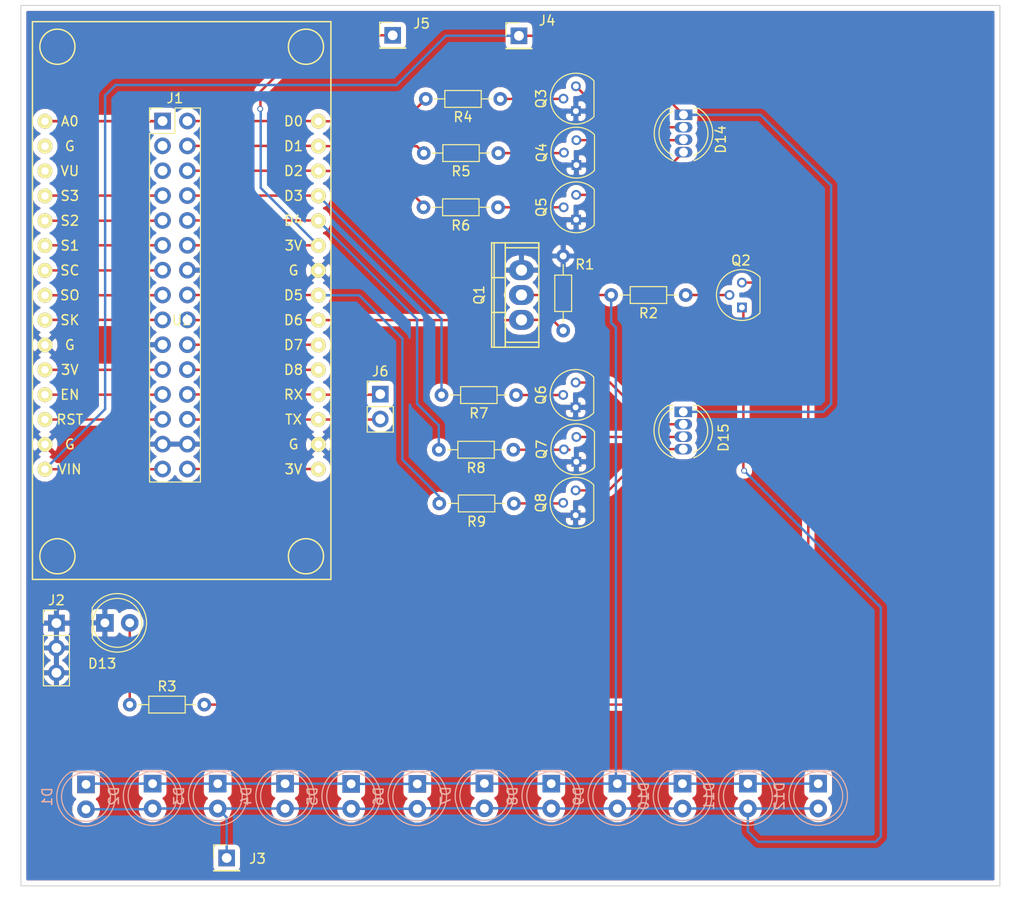
<source format=kicad_pcb>
(kicad_pcb (version 4) (host pcbnew 4.0.7)
  (layers (0 F.Cu signal) (31 B.Cu signal) (34 B.Paste user) (35 F.Paste user) (36 B.SilkS user) (37 F.SilkS user) (38 B.Mask user) (39 F.Mask user) (44 Edge.Cuts user))
  (net 0 "")
  (net 1 MOSFET_DRAIN)
  (net 2 +12V)
  (net 3 GND)
  (net 4 "Net-(D13-Pad2)")
  (net 5 +5V)
  (net 6 RX)
  (net 7 TX)
  (net 8 +3V3)
  (net 9 A0)
  (net 10 D0)
  (net 11 D1)
  (net 12 D2)
  (net 13 SD3)
  (net 14 D3)
  (net 15 SD2)
  (net 16 D4)
  (net 17 SD1)
  (net 18 CMD)
  (net 19 MISO)
  (net 20 D5)
  (net 21 CLK)
  (net 22 D6)
  (net 23 D7)
  (net 24 D8)
  (net 25 EN)
  (net 26 RST)
  (net 27 "Net-(D14-Pad2)")
  (net 28 "Net-(D14-Pad3)")
  (net 29 "Net-(D14-Pad4)")
  (net 30 "Net-(D15-Pad2)")
  (net 31 "Net-(D15-Pad3)")
  (net 32 "Net-(D15-Pad4)")
  (net 33 "Net-(Q2-Pad2)")
  (net 34 "Net-(Q2-Pad3)")
  (net 35 "Net-(Q3-Pad2)")
  (net 36 "Net-(Q4-Pad2)")
  (net 37 "Net-(Q5-Pad2)")
  (net 38 "Net-(Q6-Pad2)")
  (net 39 "Net-(Q7-Pad2)")
  (net 40 "Net-(Q8-Pad2)")
  (module LEDs:LED_D5.0mm (layer B.Cu) (at 21.2852 93.3196 270)
    (fp_text reference D1 (at 1.27 3.96 270) (layer B.SilkS) (effects (justify mirror)))
    (fp_text value LED)
    (pad 1 thru_hole rect (at 0 0 270) (size 1.8 1.8) (drill 0.9) (layers *.Cu *.Mask) (net 1 MOSFET_DRAIN))
    (pad 2 thru_hole circle (at 2.54 0 270) (size 1.8 1.8) (drill 0.9) (layers *.Cu *.Mask) (net 2 +12V))
  )
  (module LEDs:LED_D5.0mm (layer B.Cu) (at 28.0924 93.2434 270)
    (fp_text reference D2 (at 1.27 3.96 270) (layer B.SilkS) (effects (justify mirror)))
    (fp_text value LED)
    (pad 1 thru_hole rect (at 0 0 270) (size 1.8 1.8) (drill 0.9) (layers *.Cu *.Mask) (net 1 MOSFET_DRAIN))
    (pad 2 thru_hole circle (at 2.54 0 270) (size 1.8 1.8) (drill 0.9) (layers *.Cu *.Mask) (net 2 +12V))
  )
  (module LEDs:LED_D5.0mm (layer B.Cu) (at 34.7472 93.2434 270)
    (fp_text reference D3 (at 1.27 3.96 270) (layer B.SilkS) (effects (justify mirror)))
    (fp_text value LED)
    (pad 1 thru_hole rect (at 0 0 270) (size 1.8 1.8) (drill 0.9) (layers *.Cu *.Mask) (net 1 MOSFET_DRAIN))
    (pad 2 thru_hole circle (at 2.54 0 270) (size 1.8 1.8) (drill 0.9) (layers *.Cu *.Mask) (net 2 +12V))
  )
  (module LEDs:LED_D5.0mm (layer B.Cu) (at 41.6306 93.2434 270)
    (fp_text reference D4 (at 1.27 3.96 270) (layer B.SilkS) (effects (justify mirror)))
    (fp_text value LED)
    (pad 1 thru_hole rect (at 0 0 270) (size 1.8 1.8) (drill 0.9) (layers *.Cu *.Mask) (net 1 MOSFET_DRAIN))
    (pad 2 thru_hole circle (at 2.54 0 270) (size 1.8 1.8) (drill 0.9) (layers *.Cu *.Mask) (net 2 +12V))
  )
  (module LEDs:LED_D5.0mm (layer B.Cu) (at 48.387 93.2688 270)
    (fp_text reference D5 (at 1.27 3.96 270) (layer B.SilkS) (effects (justify mirror)))
    (fp_text value LED)
    (pad 1 thru_hole rect (at 0 0 270) (size 1.8 1.8) (drill 0.9) (layers *.Cu *.Mask) (net 1 MOSFET_DRAIN))
    (pad 2 thru_hole circle (at 2.54 0 270) (size 1.8 1.8) (drill 0.9) (layers *.Cu *.Mask) (net 2 +12V))
  )
  (module LEDs:LED_D5.0mm (layer B.Cu) (at 55.1434 93.2688 270)
    (fp_text reference D6 (at 1.27 3.96 270) (layer B.SilkS) (effects (justify mirror)))
    (fp_text value LED)
    (pad 1 thru_hole rect (at 0 0 270) (size 1.8 1.8) (drill 0.9) (layers *.Cu *.Mask) (net 1 MOSFET_DRAIN))
    (pad 2 thru_hole circle (at 2.54 0 270) (size 1.8 1.8) (drill 0.9) (layers *.Cu *.Mask) (net 2 +12V))
  )
  (module LEDs:LED_D5.0mm (layer B.Cu) (at 62.0014 93.2188 270)
    (fp_text reference D7 (at 1.27 3.96 270) (layer B.SilkS) (effects (justify mirror)))
    (fp_text value LED)
    (pad 1 thru_hole rect (at 0 0 270) (size 1.8 1.8) (drill 0.9) (layers *.Cu *.Mask) (net 1 MOSFET_DRAIN))
    (pad 2 thru_hole circle (at 2.54 0 270) (size 1.8 1.8) (drill 0.9) (layers *.Cu *.Mask) (net 2 +12V))
  )
  (module LEDs:LED_D5.0mm (layer B.Cu) (at 68.834 93.2434 270)
    (fp_text reference D8 (at 1.27 3.96 270) (layer B.SilkS) (effects (justify mirror)))
    (fp_text value LED)
    (pad 1 thru_hole rect (at 0 0 270) (size 1.8 1.8) (drill 0.9) (layers *.Cu *.Mask) (net 1 MOSFET_DRAIN))
    (pad 2 thru_hole circle (at 2.54 0 270) (size 1.8 1.8) (drill 0.9) (layers *.Cu *.Mask) (net 2 +12V))
  )
  (module LEDs:LED_D5.0mm (layer B.Cu) (at 75.5904 93.2434 270)
    (fp_text reference D9 (at 1.27 3.96 270) (layer B.SilkS) (effects (justify mirror)))
    (fp_text value LED)
    (pad 1 thru_hole rect (at 0 0 270) (size 1.8 1.8) (drill 0.9) (layers *.Cu *.Mask) (net 1 MOSFET_DRAIN))
    (pad 2 thru_hole circle (at 2.54 0 270) (size 1.8 1.8) (drill 0.9) (layers *.Cu *.Mask) (net 2 +12V))
  )
  (module LEDs:LED_D5.0mm (layer B.Cu) (at 82.2452 93.2434 270)
    (fp_text reference D10 (at 1.27 3.96 270) (layer B.SilkS) (effects (justify mirror)))
    (fp_text value LED)
    (pad 1 thru_hole rect (at 0 0 270) (size 1.8 1.8) (drill 0.9) (layers *.Cu *.Mask) (net 1 MOSFET_DRAIN))
    (pad 2 thru_hole circle (at 2.54 0 270) (size 1.8 1.8) (drill 0.9) (layers *.Cu *.Mask) (net 2 +12V))
  )
  (module LEDs:LED_D5.0mm (layer B.Cu) (at 88.9254 93.2434 270)
    (fp_text reference D11 (at 1.27 3.96 270) (layer B.SilkS) (effects (justify mirror)))
    (fp_text value LED)
    (pad 1 thru_hole rect (at 0 0 270) (size 1.8 1.8) (drill 0.9) (layers *.Cu *.Mask) (net 1 MOSFET_DRAIN))
    (pad 2 thru_hole circle (at 2.54 0 270) (size 1.8 1.8) (drill 0.9) (layers *.Cu *.Mask) (net 2 +12V))
  )
  (module LEDs:LED_D5.0mm (layer B.Cu) (at 96.1136 93.2434 270)
    (fp_text reference D12 (at 1.27 3.96 270) (layer B.SilkS) (effects (justify mirror)))
    (fp_text value LED)
    (pad 1 thru_hole rect (at 0 0 270) (size 1.8 1.8) (drill 0.9) (layers *.Cu *.Mask) (net 1 MOSFET_DRAIN))
    (pad 2 thru_hole circle (at 2.54 0 270) (size 1.8 1.8) (drill 0.9) (layers *.Cu *.Mask) (net 2 +12V))
  )
  (module LEDs:LED_D5.0mm (layer F.Cu) (at 23.2156 76.8096)
    (fp_text reference D13 (at -0.2794 4.1656) (layer F.SilkS))
    (fp_text value DisplayBacklight)
    (pad 1 thru_hole rect (at 0 0) (size 1.8 1.8) (drill 0.9) (layers *.Cu *.Mask) (net 3 GND))
    (pad 2 thru_hole circle (at 2.54 0) (size 1.8 1.8) (drill 0.9) (layers *.Cu *.Mask) (net 4 "Net-(D13-Pad2)"))
  )
  (module LEDs:LED_D5.0mm-4 (layer F.Cu) (at 82.3468 24.892 270)
    (fp_text reference D14 (at 2.5146 -3.81 270) (layer F.SilkS))
    (fp_text value "")
    (pad 1 thru_hole rect (at 0 0 270) (size 1.07 1.8) (drill 0.9) (layers *.Cu *.Mask) (net 5 +5V))
    (pad 2 thru_hole oval (at 1.27 0 270) (size 1.07 1.8) (drill 0.9) (layers *.Cu *.Mask) (net 27 "Net-(D14-Pad2)"))
    (pad 3 thru_hole oval (at 2.54 0 270) (size 1.07 1.8) (drill 0.9) (layers *.Cu *.Mask) (net 28 "Net-(D14-Pad3)"))
    (pad 4 thru_hole oval (at 3.81 0 270) (size 1.07 1.8) (drill 0.9) (layers *.Cu *.Mask) (net 29 "Net-(D14-Pad4)"))
  )
  (module LEDs:LED_D5.0mm-4 (layer F.Cu) (at 82.3214 55.245 270)
    (fp_text reference D15 (at 2.6416 -4.1148 270) (layer F.SilkS))
    (fp_text value "")
    (pad 1 thru_hole rect (at 0 0 270) (size 1.07 1.8) (drill 0.9) (layers *.Cu *.Mask) (net 5 +5V))
    (pad 2 thru_hole oval (at 1.27 0 270) (size 1.07 1.8) (drill 0.9) (layers *.Cu *.Mask) (net 30 "Net-(D15-Pad2)"))
    (pad 3 thru_hole oval (at 2.54 0 270) (size 1.07 1.8) (drill 0.9) (layers *.Cu *.Mask) (net 31 "Net-(D15-Pad3)"))
    (pad 4 thru_hole oval (at 3.81 0 270) (size 1.07 1.8) (drill 0.9) (layers *.Cu *.Mask) (net 32 "Net-(D15-Pad4)"))
  )
  (module Power_Integrations:TO-220 (layer F.Cu) (at 65.786 43.307 90)
    (fp_text reference Q1 (at 0 -4.318 90) (layer F.SilkS))
    (fp_text value "")
    (pad 2 thru_hole oval (at 0 0 90) (size 2.032 2.54) (drill 1.143) (layers *.Cu *.Mask) (net 1 MOSFET_DRAIN))
    (pad 3 thru_hole oval (at 2.54 0 90) (size 2.032 2.54) (drill 1.143) (layers *.Cu *.Mask) (net 3 GND))
    (pad 1 thru_hole oval (at -2.54 0 90) (size 2.032 2.54) (drill 1.143) (layers *.Cu *.Mask) (net 22 D6))
  )
  (module Resistors_THT:R_Axial_DIN0204_L3.6mm_D1.6mm_P7.62mm_Horizontal (layer F.Cu) (at 70.0532 46.9392 90)
    (fp_text reference R1 (at 6.7564 2.2098 180) (layer F.SilkS))
    (fp_text value 10k)
    (pad 1 thru_hole circle (at 0 0 90) (size 1.4 1.4) (drill 0.7) (layers *.Cu *.Mask) (net 22 D6))
    (pad 2 thru_hole oval (at 7.62 0 90) (size 1.4 1.4) (drill 0.7) (layers *.Cu *.Mask) (net 3 GND))
  )
  (module Resistors_THT:R_Axial_DIN0204_L3.6mm_D1.6mm_P7.62mm_Horizontal (layer F.Cu) (at 82.5754 43.307 180)
    (fp_text reference R2 (at 3.81 -1.86 180) (layer F.SilkS))
    (fp_text value 10k)
    (pad 1 thru_hole circle (at 0 0 180) (size 1.4 1.4) (drill 0.7) (layers *.Cu *.Mask) (net 33 "Net-(Q2-Pad2)"))
    (pad 2 thru_hole oval (at 7.62 0 180) (size 1.4 1.4) (drill 0.7) (layers *.Cu *.Mask) (net 1 MOSFET_DRAIN))
  )
  (module Resistors_THT:R_Axial_DIN0204_L3.6mm_D1.6mm_P7.62mm_Horizontal (layer F.Cu) (at 25.7556 85.1662)
    (fp_text reference R3 (at 3.81 -1.86) (layer F.SilkS))
    (fp_text value 330)
    (pad 1 thru_hole circle (at 0 0) (size 1.4 1.4) (drill 0.7) (layers *.Cu *.Mask) (net 4 "Net-(D13-Pad2)"))
    (pad 2 thru_hole oval (at 7.62 0) (size 1.4 1.4) (drill 0.7) (layers *.Cu *.Mask) (net 34 "Net-(Q2-Pad3)"))
  )
  (module Resistors_THT:R_Axial_DIN0204_L3.6mm_D1.6mm_P7.62mm_Horizontal (layer F.Cu) (at 63.627 23.2664 180)
    (fp_text reference R4 (at 3.81 -1.86 180) (layer F.SilkS))
    (fp_text value 1k)
    (pad 1 thru_hole circle (at 0 0 180) (size 1.4 1.4) (drill 0.7) (layers *.Cu *.Mask) (net 35 "Net-(Q3-Pad2)"))
    (pad 2 thru_hole oval (at 7.62 0 180) (size 1.4 1.4) (drill 0.7) (layers *.Cu *.Mask) (net 10 D0))
  )
  (module Resistors_THT:R_Axial_DIN0204_L3.6mm_D1.6mm_P7.62mm_Horizontal (layer F.Cu) (at 63.4238 28.8036 180)
    (fp_text reference R5 (at 3.81 -1.86 180) (layer F.SilkS))
    (fp_text value 1k)
    (pad 1 thru_hole circle (at 0 0 180) (size 1.4 1.4) (drill 0.7) (layers *.Cu *.Mask) (net 36 "Net-(Q4-Pad2)"))
    (pad 2 thru_hole oval (at 7.62 0 180) (size 1.4 1.4) (drill 0.7) (layers *.Cu *.Mask) (net 11 D1))
  )
  (module Resistors_THT:R_Axial_DIN0204_L3.6mm_D1.6mm_P7.62mm_Horizontal (layer F.Cu) (at 63.3984 34.3408 180)
    (fp_text reference R6 (at 3.81 -1.86 180) (layer F.SilkS))
    (fp_text value 1k)
    (pad 1 thru_hole circle (at 0 0 180) (size 1.4 1.4) (drill 0.7) (layers *.Cu *.Mask) (net 37 "Net-(Q5-Pad2)"))
    (pad 2 thru_hole oval (at 7.62 0 180) (size 1.4 1.4) (drill 0.7) (layers *.Cu *.Mask) (net 12 D2))
  )
  (module Resistors_THT:R_Axial_DIN0204_L3.6mm_D1.6mm_P7.62mm_Horizontal (layer F.Cu) (at 65.2399 53.5305 180)
    (fp_text reference R7 (at 3.81 -1.86 180) (layer F.SilkS))
    (fp_text value 1k)
    (pad 1 thru_hole circle (at 0 0 180) (size 1.4 1.4) (drill 0.7) (layers *.Cu *.Mask) (net 38 "Net-(Q6-Pad2)"))
    (pad 2 thru_hole oval (at 7.62 0 180) (size 1.4 1.4) (drill 0.7) (layers *.Cu *.Mask) (net 14 D3))
  )
  (module Resistors_THT:R_Axial_DIN0204_L3.6mm_D1.6mm_P7.62mm_Horizontal (layer F.Cu) (at 64.9605 59.1185 180)
    (fp_text reference R8 (at 3.81 -1.86 180) (layer F.SilkS))
    (fp_text value 1k)
    (pad 1 thru_hole circle (at 0 0 180) (size 1.4 1.4) (drill 0.7) (layers *.Cu *.Mask) (net 39 "Net-(Q7-Pad2)"))
    (pad 2 thru_hole oval (at 7.62 0 180) (size 1.4 1.4) (drill 0.7) (layers *.Cu *.Mask) (net 16 D4))
  )
  (module Resistors_THT:R_Axial_DIN0204_L3.6mm_D1.6mm_P7.62mm_Horizontal (layer F.Cu) (at 65.0113 64.6049 180)
    (fp_text reference R9 (at 3.81 -1.86 180) (layer F.SilkS))
    (fp_text value 1k)
    (pad 1 thru_hole circle (at 0 0 180) (size 1.4 1.4) (drill 0.7) (layers *.Cu *.Mask) (net 40 "Net-(Q8-Pad2)"))
    (pad 2 thru_hole oval (at 7.62 0 180) (size 1.4 1.4) (drill 0.7) (layers *.Cu *.Mask) (net 20 D5))
  )
  (module "NodeMCU:NodeMCU1.0(12-E)" (layer F.Cu) (at 31.0642 45.8724)
    (fp_text reference U1 (at 0 0) (layer F.SilkS))
    (fp_text value "NodeMCU1.0(ESP-12E)")
    (fp_text user VIN (at -11.43 15.24) (layer F.SilkS))
    (fp_text user G (at -11.43 12.7) (layer F.SilkS))
    (fp_text user RST (at -11.43 10.16) (layer F.SilkS))
    (fp_text user EN (at -11.43 7.62) (layer F.SilkS))
    (fp_text user 3V (at -11.43 5.08) (layer F.SilkS))
    (fp_text user G (at -11.43 2.54) (layer F.SilkS))
    (fp_text user SK (at -11.43 0) (layer F.SilkS))
    (fp_text user SO (at -11.43 -2.54) (layer F.SilkS))
    (fp_text user SC (at -11.43 -5.08) (layer F.SilkS))
    (fp_text user S1 (at -11.43 -7.62) (layer F.SilkS))
    (fp_text user S2 (at -11.43 -10.16) (layer F.SilkS))
    (fp_text user S3 (at -11.43 -12.7) (layer F.SilkS))
    (fp_text user VU (at -11.43 -15.24) (layer F.SilkS))
    (fp_text user G (at -11.43 -17.78) (layer F.SilkS))
    (fp_text user A0 (at -11.43 -20.32) (layer F.SilkS))
    (fp_text user 3V (at 11.43 15.24) (layer F.SilkS))
    (fp_text user G (at 11.43 12.7) (layer F.SilkS))
    (fp_text user TX (at 11.43 10.16) (layer F.SilkS))
    (fp_text user RX (at 11.43 7.62) (layer F.SilkS))
    (fp_text user D8 (at 11.43 5.08) (layer F.SilkS))
    (fp_text user D7 (at 11.43 2.54) (layer F.SilkS))
    (fp_text user D6 (at 11.43 0) (layer F.SilkS))
    (fp_text user D5 (at 11.43 -2.54) (layer F.SilkS))
    (fp_text user G (at 11.43 -5.08) (layer F.SilkS))
    (fp_text user 3V (at 11.43 -7.62) (layer F.SilkS))
    (fp_text user D4 (at 11.43 -10.16) (layer F.SilkS))
    (fp_text user D3 (at 11.43 -12.7) (layer F.SilkS))
    (fp_text user D2 (at 11.43 -15.24) (layer F.SilkS))
    (fp_text user D1 (at 11.43 -17.78) (layer F.SilkS))
    (fp_text user D0 (at 11.43 -20.32) (layer F.SilkS))
    (pad 1 thru_hole circle (at -13.97 -20.32) (size 1.524 1.524) (drill 0.762) (layers *.Cu *.Mask F.SilkS) (net 9 A0))
    (pad 2 thru_hole circle (at -13.97 -17.78) (size 1.524 1.524) (drill 0.762) (layers *.Cu *.Mask F.SilkS))
    (pad 3 thru_hole circle (at -13.97 -15.24) (size 1.524 1.524) (drill 0.762) (layers *.Cu *.Mask F.SilkS))
    (pad 4 thru_hole circle (at -13.97 -12.7) (size 1.524 1.524) (drill 0.762) (layers *.Cu *.Mask F.SilkS) (net 13 SD3))
    (pad 5 thru_hole circle (at -13.97 -10.16) (size 1.524 1.524) (drill 0.762) (layers *.Cu *.Mask F.SilkS) (net 15 SD2))
    (pad 6 thru_hole circle (at -13.97 -7.62) (size 1.524 1.524) (drill 0.762) (layers *.Cu *.Mask F.SilkS) (net 17 SD1))
    (pad 7 thru_hole circle (at -13.97 -5.08) (size 1.524 1.524) (drill 0.762) (layers *.Cu *.Mask F.SilkS) (net 18 CMD))
    (pad 8 thru_hole circle (at -13.97 -2.54) (size 1.524 1.524) (drill 0.762) (layers *.Cu *.Mask F.SilkS) (net 19 MISO))
    (pad 9 thru_hole circle (at -13.97 0) (size 1.524 1.524) (drill 0.762) (layers *.Cu *.Mask F.SilkS) (net 21 CLK))
    (pad 10 thru_hole circle (at -13.97 2.54) (size 1.524 1.524) (drill 0.762) (layers *.Cu *.Mask F.SilkS) (net 3 GND))
    (pad 11 thru_hole circle (at -13.97 5.08) (size 1.524 1.524) (drill 0.762) (layers *.Cu *.Mask F.SilkS) (net 8 +3V3))
    (pad 12 thru_hole circle (at -13.97 7.62) (size 1.524 1.524) (drill 0.762) (layers *.Cu *.Mask F.SilkS) (net 25 EN))
    (pad 13 thru_hole circle (at -13.97 10.16) (size 1.524 1.524) (drill 0.762) (layers *.Cu *.Mask F.SilkS) (net 26 RST))
    (pad 14 thru_hole circle (at -13.97 12.7) (size 1.524 1.524) (drill 0.762) (layers *.Cu *.Mask F.SilkS) (net 3 GND))
    (pad 15 thru_hole circle (at -13.97 15.24) (size 1.524 1.524) (drill 0.762) (layers *.Cu *.Mask F.SilkS) (net 5 +5V))
    (pad 16 thru_hole circle (at 13.97 15.24) (size 1.524 1.524) (drill 0.762) (layers *.Cu *.Mask F.SilkS) (net 8 +3V3))
    (pad 17 thru_hole circle (at 13.97 12.7) (size 1.524 1.524) (drill 0.762) (layers *.Cu *.Mask F.SilkS) (net 3 GND))
    (pad 18 thru_hole circle (at 13.97 10.16) (size 1.524 1.524) (drill 0.762) (layers *.Cu *.Mask F.SilkS) (net 7 TX))
    (pad 19 thru_hole circle (at 13.97 7.62) (size 1.524 1.524) (drill 0.762) (layers *.Cu *.Mask F.SilkS) (net 6 RX))
    (pad 20 thru_hole circle (at 13.97 5.08) (size 1.524 1.524) (drill 0.762) (layers *.Cu *.Mask F.SilkS) (net 24 D8))
    (pad 21 thru_hole circle (at 13.97 2.54) (size 1.524 1.524) (drill 0.762) (layers *.Cu *.Mask F.SilkS) (net 23 D7))
    (pad 22 thru_hole circle (at 13.97 0) (size 1.524 1.524) (drill 0.762) (layers *.Cu *.Mask F.SilkS) (net 22 D6))
    (pad 23 thru_hole circle (at 13.97 -2.54) (size 1.524 1.524) (drill 0.762) (layers *.Cu *.Mask F.SilkS) (net 20 D5))
    (pad 24 thru_hole circle (at 13.97 -5.08) (size 1.524 1.524) (drill 0.762) (layers *.Cu *.Mask F.SilkS) (net 3 GND))
    (pad 25 thru_hole circle (at 13.97 -7.62) (size 1.524 1.524) (drill 0.762) (layers *.Cu *.Mask F.SilkS) (net 8 +3V3))
    (pad 26 thru_hole circle (at 13.97 -10.16) (size 1.524 1.524) (drill 0.762) (layers *.Cu *.Mask F.SilkS) (net 16 D4))
    (pad 27 thru_hole circle (at 13.97 -12.7) (size 1.524 1.524) (drill 0.762) (layers *.Cu *.Mask F.SilkS) (net 14 D3))
    (pad 28 thru_hole circle (at 13.97 -15.24) (size 1.524 1.524) (drill 0.762) (layers *.Cu *.Mask F.SilkS) (net 12 D2))
    (pad 29 thru_hole circle (at 13.97 -17.78) (size 1.524 1.524) (drill 0.762) (layers *.Cu *.Mask F.SilkS) (net 11 D1))
    (pad 30 thru_hole circle (at 13.97 -20.32) (size 1.524 1.524) (drill 0.762) (layers *.Cu *.Mask F.SilkS) (net 10 D0))
  )
  (module TO_SOT_Packages_THT:TO-92_Molded_Narrow (layer F.Cu) (at 88.3158 44.577 90)
    (fp_text reference Q2 (at 4.8006 -0.1016 180) (layer F.SilkS))
    (fp_text value "")
    (pad 2 thru_hole circle (at 1.27 -1.27 180) (size 1 1) (drill 0.6) (layers *.Cu *.Mask) (net 33 "Net-(Q2-Pad2)"))
    (pad 3 thru_hole circle (at 2.54 0 180) (size 1 1) (drill 0.6) (layers *.Cu *.Mask) (net 34 "Net-(Q2-Pad3)"))
    (pad 1 thru_hole rect (at 0 0 180) (size 1 1) (drill 0.6) (layers *.Cu *.Mask) (net 2 +12V))
  )
  (module TO_SOT_Packages_THT:TO-92_Molded_Narrow (layer F.Cu) (at 71.3486 24.511 90)
    (fp_text reference Q3 (at 1.27 -3.56 90) (layer F.SilkS))
    (fp_text value "")
    (pad 2 thru_hole circle (at 1.27 -1.27 180) (size 1 1) (drill 0.6) (layers *.Cu *.Mask) (net 35 "Net-(Q3-Pad2)"))
    (pad 3 thru_hole circle (at 2.54 0 180) (size 1 1) (drill 0.6) (layers *.Cu *.Mask) (net 27 "Net-(D14-Pad2)"))
    (pad 1 thru_hole rect (at 0 0 180) (size 1 1) (drill 0.6) (layers *.Cu *.Mask) (net 3 GND))
  )
  (module TO_SOT_Packages_THT:TO-92_Molded_Narrow (layer F.Cu) (at 71.3994 30.0228 90)
    (fp_text reference Q4 (at 1.27 -3.56 90) (layer F.SilkS))
    (fp_text value "")
    (pad 2 thru_hole circle (at 1.27 -1.27 180) (size 1 1) (drill 0.6) (layers *.Cu *.Mask) (net 36 "Net-(Q4-Pad2)"))
    (pad 3 thru_hole circle (at 2.54 0 180) (size 1 1) (drill 0.6) (layers *.Cu *.Mask) (net 28 "Net-(D14-Pad3)"))
    (pad 1 thru_hole rect (at 0 0 180) (size 1 1) (drill 0.6) (layers *.Cu *.Mask) (net 3 GND))
  )
  (module TO_SOT_Packages_THT:TO-92_Molded_Narrow (layer F.Cu) (at 71.374 35.6108 90)
    (fp_text reference Q5 (at 1.27 -3.56 90) (layer F.SilkS))
    (fp_text value "")
    (pad 2 thru_hole circle (at 1.27 -1.27 180) (size 1 1) (drill 0.6) (layers *.Cu *.Mask) (net 37 "Net-(Q5-Pad2)"))
    (pad 3 thru_hole circle (at 2.54 0 180) (size 1 1) (drill 0.6) (layers *.Cu *.Mask) (net 29 "Net-(D14-Pad4)"))
    (pad 1 thru_hole rect (at 0 0 180) (size 1 1) (drill 0.6) (layers *.Cu *.Mask) (net 3 GND))
  )
  (module TO_SOT_Packages_THT:TO-92_Molded_Narrow (layer F.Cu) (at 71.3232 54.7878 90)
    (fp_text reference Q6 (at 1.27 -3.56 90) (layer F.SilkS))
    (fp_text value "")
    (pad 2 thru_hole circle (at 1.27 -1.27 180) (size 1 1) (drill 0.6) (layers *.Cu *.Mask) (net 38 "Net-(Q6-Pad2)"))
    (pad 3 thru_hole circle (at 2.54 0 180) (size 1 1) (drill 0.6) (layers *.Cu *.Mask) (net 30 "Net-(D15-Pad2)"))
    (pad 1 thru_hole rect (at 0 0 180) (size 1 1) (drill 0.6) (layers *.Cu *.Mask) (net 3 GND))
  )
  (module TO_SOT_Packages_THT:TO-92_Molded_Narrow (layer F.Cu) (at 71.3994 60.3504 90)
    (fp_text reference Q7 (at 1.27 -3.56 90) (layer F.SilkS))
    (fp_text value "")
    (pad 2 thru_hole circle (at 1.27 -1.27 180) (size 1 1) (drill 0.6) (layers *.Cu *.Mask) (net 39 "Net-(Q7-Pad2)"))
    (pad 3 thru_hole circle (at 2.54 0 180) (size 1 1) (drill 0.6) (layers *.Cu *.Mask) (net 31 "Net-(D15-Pad3)"))
    (pad 1 thru_hole rect (at 0 0 180) (size 1 1) (drill 0.6) (layers *.Cu *.Mask) (net 3 GND))
  )
  (module TO_SOT_Packages_THT:TO-92_Molded_Narrow (layer F.Cu) (at 71.3232 65.8114 90)
    (fp_text reference Q8 (at 1.27 -3.56 90) (layer F.SilkS))
    (fp_text value "")
    (pad 2 thru_hole circle (at 1.27 -1.27 180) (size 1 1) (drill 0.6) (layers *.Cu *.Mask) (net 40 "Net-(Q8-Pad2)"))
    (pad 3 thru_hole circle (at 2.54 0 180) (size 1 1) (drill 0.6) (layers *.Cu *.Mask) (net 32 "Net-(D15-Pad4)"))
    (pad 1 thru_hole rect (at 0 0 180) (size 1 1) (drill 0.6) (layers *.Cu *.Mask) (net 3 GND))
  )
  (module Pin_Headers:Pin_Header_Straight_2x15_Pitch2.54mm (layer F.Cu) (at 29.1084 25.527)
    (fp_text reference J1 (at 1.27 -2.33) (layer F.SilkS))
    (fp_text value "")
    (pad 1 thru_hole rect (at 0 0) (size 1.7 1.7) (drill 1) (layers *.Cu *.Mask) (net 9 A0))
    (pad 2 thru_hole oval (at 2.54 0) (size 1.7 1.7) (drill 1) (layers *.Cu *.Mask) (net 10 D0))
    (pad 3 thru_hole oval (at 0 2.54) (size 1.7 1.7) (drill 1) (layers *.Cu *.Mask))
    (pad 4 thru_hole oval (at 2.54 2.54) (size 1.7 1.7) (drill 1) (layers *.Cu *.Mask) (net 11 D1))
    (pad 5 thru_hole oval (at 0 5.08) (size 1.7 1.7) (drill 1) (layers *.Cu *.Mask))
    (pad 6 thru_hole oval (at 2.54 5.08) (size 1.7 1.7) (drill 1) (layers *.Cu *.Mask) (net 12 D2))
    (pad 7 thru_hole oval (at 0 7.62) (size 1.7 1.7) (drill 1) (layers *.Cu *.Mask) (net 13 SD3))
    (pad 8 thru_hole oval (at 2.54 7.62) (size 1.7 1.7) (drill 1) (layers *.Cu *.Mask) (net 14 D3))
    (pad 9 thru_hole oval (at 0 10.16) (size 1.7 1.7) (drill 1) (layers *.Cu *.Mask) (net 15 SD2))
    (pad 10 thru_hole oval (at 2.54 10.16) (size 1.7 1.7) (drill 1) (layers *.Cu *.Mask) (net 16 D4))
    (pad 11 thru_hole oval (at 0 12.7) (size 1.7 1.7) (drill 1) (layers *.Cu *.Mask) (net 17 SD1))
    (pad 12 thru_hole oval (at 2.54 12.7) (size 1.7 1.7) (drill 1) (layers *.Cu *.Mask) (net 8 +3V3))
    (pad 13 thru_hole oval (at 0 15.24) (size 1.7 1.7) (drill 1) (layers *.Cu *.Mask) (net 18 CMD))
    (pad 14 thru_hole oval (at 2.54 15.24) (size 1.7 1.7) (drill 1) (layers *.Cu *.Mask) (net 3 GND))
    (pad 15 thru_hole oval (at 0 17.78) (size 1.7 1.7) (drill 1) (layers *.Cu *.Mask) (net 19 MISO))
    (pad 16 thru_hole oval (at 2.54 17.78) (size 1.7 1.7) (drill 1) (layers *.Cu *.Mask) (net 20 D5))
    (pad 17 thru_hole oval (at 0 20.32) (size 1.7 1.7) (drill 1) (layers *.Cu *.Mask) (net 21 CLK))
    (pad 18 thru_hole oval (at 2.54 20.32) (size 1.7 1.7) (drill 1) (layers *.Cu *.Mask) (net 22 D6))
    (pad 19 thru_hole oval (at 0 22.86) (size 1.7 1.7) (drill 1) (layers *.Cu *.Mask) (net 3 GND))
    (pad 20 thru_hole oval (at 2.54 22.86) (size 1.7 1.7) (drill 1) (layers *.Cu *.Mask) (net 23 D7))
    (pad 21 thru_hole oval (at 0 25.4) (size 1.7 1.7) (drill 1) (layers *.Cu *.Mask) (net 8 +3V3))
    (pad 22 thru_hole oval (at 2.54 25.4) (size 1.7 1.7) (drill 1) (layers *.Cu *.Mask) (net 24 D8))
    (pad 23 thru_hole oval (at 0 27.94) (size 1.7 1.7) (drill 1) (layers *.Cu *.Mask) (net 25 EN))
    (pad 24 thru_hole oval (at 2.54 27.94) (size 1.7 1.7) (drill 1) (layers *.Cu *.Mask) (net 6 RX))
    (pad 25 thru_hole oval (at 0 30.48) (size 1.7 1.7) (drill 1) (layers *.Cu *.Mask) (net 26 RST))
    (pad 26 thru_hole oval (at 2.54 30.48) (size 1.7 1.7) (drill 1) (layers *.Cu *.Mask) (net 7 TX))
    (pad 27 thru_hole oval (at 0 33.02) (size 1.7 1.7) (drill 1) (layers *.Cu *.Mask) (net 3 GND))
    (pad 28 thru_hole oval (at 2.54 33.02) (size 1.7 1.7) (drill 1) (layers *.Cu *.Mask) (net 3 GND))
    (pad 29 thru_hole oval (at 0 35.56) (size 1.7 1.7) (drill 1) (layers *.Cu *.Mask) (net 5 +5V))
    (pad 30 thru_hole oval (at 2.54 35.56) (size 1.7 1.7) (drill 1) (layers *.Cu *.Mask) (net 8 +3V3))
  )
  (module Pin_Headers:Pin_Header_Straight_1x03_Pitch2.54mm (layer F.Cu) (at 18.2626 76.835)
    (fp_text reference J2 (at 0 -2.33) (layer F.SilkS))
    (fp_text value "")
    (pad 1 thru_hole rect (at 0 0) (size 1.7 1.7) (drill 1) (layers *.Cu *.Mask) (net 3 GND))
    (pad 2 thru_hole oval (at 0 2.54) (size 1.7 1.7) (drill 1) (layers *.Cu *.Mask) (net 3 GND))
    (pad 3 thru_hole oval (at 0 5.08) (size 1.7 1.7) (drill 1) (layers *.Cu *.Mask) (net 3 GND))
  )
  (module Pin_Headers:Pin_Header_Straight_1x01_Pitch2.54mm (layer F.Cu) (at 35.6616 100.838)
    (fp_text reference J3 (at 3.1496 0.0762) (layer F.SilkS))
    (fp_text value "")
    (pad 1 thru_hole rect (at 0 0) (size 1.7 1.7) (drill 1) (layers *.Cu *.Mask) (net 2 +12V))
  )
  (module Pin_Headers:Pin_Header_Straight_1x01_Pitch2.54mm (layer F.Cu) (at 65.532 16.8148)
    (fp_text reference J4 (at 2.8702 -1.5494) (layer F.SilkS))
    (fp_text value "")
    (pad 1 thru_hole rect (at 0 0) (size 1.7 1.7) (drill 1) (layers *.Cu *.Mask) (net 5 +5V))
  )
  (module Pin_Headers:Pin_Header_Straight_1x01_Pitch2.54mm (layer F.Cu) (at 52.6288 16.764)
    (fp_text reference J5 (at 2.9464 -1.1938) (layer F.SilkS))
    (fp_text value "")
    (pad 1 thru_hole rect (at 0 0) (size 1.7 1.7) (drill 1) (layers *.Cu *.Mask) (net 8 +3V3))
  )
  (module Socket_Strips:Socket_Strip_Straight_1x02_Pitch2.54mm (layer F.Cu) (at 51.3588 53.4416)
    (fp_text reference J6 (at 0 -2.33) (layer F.SilkS))
    (fp_text value "")
    (pad 1 thru_hole rect (at 0 0) (size 1.7 1.7) (drill 1) (layers *.Cu *.Mask) (net 6 RX))
    (pad 2 thru_hole oval (at 0 2.54) (size 1.7 1.7) (drill 1) (layers *.Cu *.Mask) (net 7 TX))
  )
  (gr_line (start 114.681 13.716) (end 114.681 103.716) (angle 90) (layer Edge.Cuts) (width 0.1))
  (gr_line (start 14.6558 13.716) (end 114.6558 13.716) (angle 90) (layer Edge.Cuts) (width 0.1))
  (gr_line (start 14.6304 103.6828) (end 114.6304 103.6828) (angle 90) (layer Edge.Cuts) (width 0.1))
  (gr_line (start 14.6304 13.6652) (end 14.6304 103.6652) (angle 90) (layer Edge.Cuts) (width 0.1))
  (segment (start 96.1136 93.2434) (end 88.9254 93.2434) (width 0.25) (layer B.Cu) (net 1))
  (segment (start 82.2452 93.2434) (end 88.9254 93.2434) (width 0.25) (layer B.Cu) (net 1))
  (segment (start 28.0924 93.2434) (end 21.3614 93.2434) (width 0.25) (layer B.Cu) (net 1))
  (segment (start 21.3614 93.2434) (end 21.2852 93.3196) (width 0.25) (layer B.Cu) (net 1))
  (segment (start 34.7472 93.2434) (end 28.0924 93.2434) (width 0.25) (layer B.Cu) (net 1))
  (segment (start 41.6306 93.2434) (end 34.7472 93.2434) (width 0.25) (layer B.Cu) (net 1))
  (segment (start 55.1434 93.2688) (end 48.387 93.2688) (width 0.25) (layer B.Cu) (net 1))
  (segment (start 48.387 93.2688) (end 48.3616 93.2434) (width 0.25) (layer B.Cu) (net 1))
  (segment (start 48.3616 93.2434) (end 41.6306 93.2434) (width 0.25) (layer B.Cu) (net 1))
  (segment (start 62.0014 93.2188) (end 55.1934 93.2188) (width 0.25) (layer B.Cu) (net 1))
  (segment (start 55.1934 93.2188) (end 55.1434 93.2688) (width 0.25) (layer B.Cu) (net 1))
  (segment (start 68.834 93.2434) (end 62.026 93.2434) (width 0.25) (layer B.Cu) (net 1))
  (segment (start 62.026 93.2434) (end 62.0014 93.2188) (width 0.25) (layer B.Cu) (net 1))
  (segment (start 75.5904 93.2434) (end 68.834 93.2434) (width 0.25) (layer B.Cu) (net 1))
  (segment (start 75.5904 93.2434) (end 83.0072 93.2434) (width 0.25) (layer B.Cu) (net 1))
  (segment (start 83.0072 93.2434) (end 82.2452 93.2434) (width 0.25) (layer B.Cu) (net 1))
  (segment (start 74.9554 43.307) (end 74.9554 46.1264) (width 0.25) (layer B.Cu) (net 1))
  (segment (start 75.438 46.609) (end 75.438 93.091) (width 0.25) (layer B.Cu) (net 1))
  (segment (start 74.9554 46.1264) (end 75.438 46.609) (width 0.25) (layer B.Cu) (net 1))
  (segment (start 75.438 93.091) (end 75.5904 93.2434) (width 0.25) (layer B.Cu) (net 1))
  (segment (start 65.786 43.307) (end 74.9554 43.307) (width 0.25) (layer F.Cu) (net 1))
  (segment (start 88.9254 95.7834) (end 88.9254 98.1202) (width 0.25) (layer B.Cu) (net 2))
  (segment (start 88.4682 61.1886) (end 88.4682 44.7294) (width 0.25) (layer F.Cu) (net 2))
  (segment (start 88.5444 61.2648) (end 88.4682 61.1886) (width 0.25) (layer F.Cu) (net 2))
  (via (at 88.5444 61.2648) (size 0.6) (drill 0.4) (layers F.Cu B.Cu) (net 2))
  (segment (start 102.5144 75.2348) (end 88.5444 61.2648) (width 0.25) (layer B.Cu) (net 2))
  (segment (start 102.5144 98.6536) (end 102.5144 75.2348) (width 0.25) (layer B.Cu) (net 2))
  (segment (start 101.981 99.187) (end 102.5144 98.6536) (width 0.25) (layer B.Cu) (net 2))
  (segment (start 89.9922 99.187) (end 101.981 99.187) (width 0.25) (layer B.Cu) (net 2))
  (segment (start 88.9254 98.1202) (end 89.9922 99.187) (width 0.25) (layer B.Cu) (net 2))
  (segment (start 88.4682 44.7294) (end 88.3158 44.577) (width 0.25) (layer F.Cu) (net 2))
  (segment (start 88.9254 95.7834) (end 96.1136 95.7834) (width 0.25) (layer B.Cu) (net 2))
  (segment (start 82.2452 95.7834) (end 88.9254 95.7834) (width 0.25) (layer B.Cu) (net 2))
  (segment (start 75.5904 95.7834) (end 82.2452 95.7834) (width 0.25) (layer B.Cu) (net 2))
  (segment (start 68.834 95.7834) (end 75.5904 95.7834) (width 0.25) (layer B.Cu) (net 2))
  (segment (start 62.0014 95.7588) (end 68.8094 95.7588) (width 0.25) (layer B.Cu) (net 2))
  (segment (start 68.8094 95.7588) (end 68.834 95.7834) (width 0.25) (layer B.Cu) (net 2))
  (segment (start 62.0014 95.7588) (end 55.1934 95.7588) (width 0.25) (layer B.Cu) (net 2))
  (segment (start 55.1934 95.7588) (end 55.1434 95.8088) (width 0.25) (layer B.Cu) (net 2))
  (segment (start 48.387 95.8088) (end 55.1434 95.8088) (width 0.25) (layer B.Cu) (net 2))
  (segment (start 41.6306 95.7834) (end 48.3616 95.7834) (width 0.25) (layer B.Cu) (net 2))
  (segment (start 48.3616 95.7834) (end 48.387 95.8088) (width 0.25) (layer B.Cu) (net 2))
  (segment (start 34.7472 95.7834) (end 41.6306 95.7834) (width 0.25) (layer B.Cu) (net 2))
  (segment (start 28.0924 95.7834) (end 34.7472 95.7834) (width 0.25) (layer B.Cu) (net 2))
  (segment (start 21.2852 95.8596) (end 28.0162 95.8596) (width 0.25) (layer B.Cu) (net 2))
  (segment (start 28.0162 95.8596) (end 28.0924 95.7834) (width 0.25) (layer B.Cu) (net 2))
  (segment (start 35.6616 100.838) (end 35.6616 96.6978) (width 0.25) (layer B.Cu) (net 2))
  (segment (start 35.6616 96.6978) (end 34.7472 95.7834) (width 0.25) (layer B.Cu) (net 2))
  (segment (start 25.7556 76.8096) (end 25.7556 85.1662) (width 0.25) (layer F.Cu) (net 4))
  (segment (start 23.241 54.9656) (end 17.0942 61.1124) (width 0.25) (layer B.Cu) (net 5))
  (segment (start 23.241 22.9108) (end 23.241 54.9656) (width 0.25) (layer B.Cu) (net 5))
  (segment (start 24.3078 21.844) (end 23.241 22.9108) (width 0.25) (layer B.Cu) (net 5))
  (segment (start 53.0352 21.844) (end 24.3078 21.844) (width 0.25) (layer B.Cu) (net 5))
  (segment (start 58.0644 16.8148) (end 53.0352 21.844) (width 0.25) (layer B.Cu) (net 5))
  (segment (start 65.532 16.8148) (end 58.0644 16.8148) (width 0.25) (layer B.Cu) (net 5))
  (segment (start 82.3468 24.892) (end 90.2208 24.892) (width 0.25) (layer B.Cu) (net 5))
  (segment (start 96.6216 55.245) (end 82.3214 55.245) (width 0.25) (layer B.Cu) (net 5))
  (segment (start 97.4344 54.4322) (end 96.6216 55.245) (width 0.25) (layer B.Cu) (net 5))
  (segment (start 97.4344 32.1056) (end 97.4344 54.4322) (width 0.25) (layer B.Cu) (net 5))
  (segment (start 90.2208 24.892) (end 97.4344 32.1056) (width 0.25) (layer B.Cu) (net 5))
  (segment (start 65.532 16.8148) (end 74.2696 16.8148) (width 0.25) (layer F.Cu) (net 5))
  (segment (start 74.2696 16.8148) (end 82.3468 24.892) (width 0.25) (layer F.Cu) (net 5))
  (segment (start 17.0942 61.1124) (end 29.083 61.1124) (width 0.25) (layer F.Cu) (net 5))
  (segment (start 29.083 61.1124) (end 29.1084 61.087) (width 0.25) (layer F.Cu) (net 5))
  (segment (start 45.0342 53.4924) (end 51.308 53.4924) (width 0.25) (layer F.Cu) (net 6))
  (segment (start 51.308 53.4924) (end 51.3588 53.4416) (width 0.25) (layer F.Cu) (net 6))
  (segment (start 31.6484 53.467) (end 45.0088 53.467) (width 0.25) (layer F.Cu) (net 6))
  (segment (start 45.0088 53.467) (end 45.0342 53.4924) (width 0.25) (layer F.Cu) (net 6))
  (segment (start 45.0342 56.0324) (end 51.308 56.0324) (width 0.25) (layer F.Cu) (net 7))
  (segment (start 51.308 56.0324) (end 51.3588 55.9816) (width 0.25) (layer F.Cu) (net 7))
  (segment (start 45.0342 56.0324) (end 31.6738 56.0324) (width 0.25) (layer F.Cu) (net 7))
  (segment (start 31.6738 56.0324) (end 31.6484 56.007) (width 0.25) (layer F.Cu) (net 7))
  (segment (start 52.6288 16.764) (end 44.8564 16.764) (width 0.25) (layer F.Cu) (net 8))
  (segment (start 39.1414 32.3596) (end 45.0342 38.2524) (width 0.25) (layer B.Cu) (net 8))
  (segment (start 39.1414 24.3332) (end 39.1414 32.3596) (width 0.25) (layer B.Cu) (net 8))
  (segment (start 39.0906 24.2824) (end 39.1414 24.3332) (width 0.25) (layer B.Cu) (net 8))
  (via (at 39.0906 24.2824) (size 0.6) (drill 0.4) (layers F.Cu B.Cu) (net 8))
  (segment (start 39.116 24.257) (end 39.0906 24.2824) (width 0.25) (layer F.Cu) (net 8))
  (segment (start 39.116 22.5044) (end 39.116 24.257) (width 0.25) (layer F.Cu) (net 8))
  (segment (start 44.8564 16.764) (end 39.116 22.5044) (width 0.25) (layer F.Cu) (net 8))
  (segment (start 31.6484 61.087) (end 45.0088 61.087) (width 0.25) (layer F.Cu) (net 8))
  (segment (start 45.0088 61.087) (end 45.0342 61.1124) (width 0.25) (layer F.Cu) (net 8))
  (segment (start 17.0942 50.9524) (end 29.083 50.9524) (width 0.25) (layer F.Cu) (net 8))
  (segment (start 29.083 50.9524) (end 29.1084 50.927) (width 0.25) (layer F.Cu) (net 8))
  (segment (start 31.6484 38.227) (end 45.0088 38.227) (width 0.25) (layer F.Cu) (net 8))
  (segment (start 45.0088 38.227) (end 45.0342 38.2524) (width 0.25) (layer F.Cu) (net 8))
  (segment (start 29.1084 25.527) (end 17.1196 25.527) (width 0.25) (layer F.Cu) (net 9))
  (segment (start 17.1196 25.527) (end 17.0942 25.5524) (width 0.25) (layer F.Cu) (net 9))
  (segment (start 17.0942 25.5524) (end 29.083 25.5524) (width 0.25) (layer F.Cu) (net 9))
  (segment (start 29.083 25.5524) (end 29.1084 25.527) (width 0.25) (layer F.Cu) (net 9))
  (segment (start 45.0342 25.5524) (end 53.721 25.5524) (width 0.25) (layer F.Cu) (net 10))
  (segment (start 53.721 25.5524) (end 56.007 23.2664) (width 0.25) (layer F.Cu) (net 10))
  (segment (start 31.6484 25.527) (end 45.0088 25.527) (width 0.25) (layer F.Cu) (net 10))
  (segment (start 45.0088 25.527) (end 45.0342 25.5524) (width 0.25) (layer F.Cu) (net 10))
  (segment (start 31.6484 28.067) (end 45.0088 28.067) (width 0.25) (layer F.Cu) (net 11))
  (segment (start 45.0088 28.067) (end 45.0342 28.0924) (width 0.25) (layer F.Cu) (net 11))
  (segment (start 45.0342 28.0924) (end 55.0926 28.0924) (width 0.25) (layer F.Cu) (net 11))
  (segment (start 55.0926 28.0924) (end 55.8038 28.8036) (width 0.25) (layer F.Cu) (net 11))
  (segment (start 31.6484 30.607) (end 45.0088 30.607) (width 0.25) (layer F.Cu) (net 12))
  (segment (start 45.0088 30.607) (end 45.0342 30.6324) (width 0.25) (layer F.Cu) (net 12))
  (segment (start 55.7784 34.3408) (end 55.7784 34.1122) (width 0.25) (layer F.Cu) (net 12))
  (segment (start 55.7784 34.1122) (end 52.2986 30.6324) (width 0.25) (layer F.Cu) (net 12))
  (segment (start 52.2986 30.6324) (end 45.0342 30.6324) (width 0.25) (layer F.Cu) (net 12))
  (segment (start 29.1084 33.147) (end 17.1196 33.147) (width 0.25) (layer F.Cu) (net 13))
  (segment (start 17.1196 33.147) (end 17.0942 33.1724) (width 0.25) (layer F.Cu) (net 13))
  (segment (start 57.6199 53.5305) (end 57.6199 45.7581) (width 0.25) (layer B.Cu) (net 14))
  (segment (start 57.6199 45.7581) (end 45.0342 33.1724) (width 0.25) (layer B.Cu) (net 14))
  (segment (start 31.6484 33.147) (end 45.0088 33.147) (width 0.25) (layer F.Cu) (net 14))
  (segment (start 45.0088 33.147) (end 45.0342 33.1724) (width 0.25) (layer F.Cu) (net 14))
  (segment (start 17.0942 35.7124) (end 29.083 35.7124) (width 0.25) (layer F.Cu) (net 15))
  (segment (start 29.083 35.7124) (end 29.1084 35.687) (width 0.25) (layer F.Cu) (net 15))
  (segment (start 57.3405 59.1185) (end 57.3405 56.6293) (width 0.25) (layer B.Cu) (net 16))
  (segment (start 55.118 45.7962) (end 45.0342 35.7124) (width 0.25) (layer B.Cu) (net 16))
  (segment (start 55.118 54.4068) (end 55.118 45.7962) (width 0.25) (layer B.Cu) (net 16))
  (segment (start 57.3405 56.6293) (end 55.118 54.4068) (width 0.25) (layer B.Cu) (net 16))
  (segment (start 31.6484 35.687) (end 45.0088 35.687) (width 0.25) (layer F.Cu) (net 16))
  (segment (start 45.0088 35.687) (end 45.0342 35.7124) (width 0.25) (layer F.Cu) (net 16))
  (segment (start 29.1084 38.227) (end 17.1196 38.227) (width 0.25) (layer F.Cu) (net 17))
  (segment (start 17.1196 38.227) (end 17.0942 38.2524) (width 0.25) (layer F.Cu) (net 17))
  (segment (start 17.0942 40.7924) (end 29.083 40.7924) (width 0.25) (layer F.Cu) (net 18))
  (segment (start 29.083 40.7924) (end 29.1084 40.767) (width 0.25) (layer F.Cu) (net 18))
  (segment (start 17.0942 43.3324) (end 29.083 43.3324) (width 0.25) (layer F.Cu) (net 19))
  (segment (start 29.083 43.3324) (end 29.1084 43.307) (width 0.25) (layer F.Cu) (net 19))
  (segment (start 57.3913 64.6049) (end 57.3913 63.8937) (width 0.25) (layer B.Cu) (net 20))
  (segment (start 49.1998 43.3324) (end 45.0342 43.3324) (width 0.25) (layer B.Cu) (net 20))
  (segment (start 53.6194 47.752) (end 49.1998 43.3324) (width 0.25) (layer B.Cu) (net 20))
  (segment (start 53.6194 60.1218) (end 53.6194 47.752) (width 0.25) (layer B.Cu) (net 20))
  (segment (start 57.3913 63.8937) (end 53.6194 60.1218) (width 0.25) (layer B.Cu) (net 20))
  (segment (start 31.6484 43.307) (end 45.0088 43.307) (width 0.25) (layer F.Cu) (net 20))
  (segment (start 45.0088 43.307) (end 45.0342 43.3324) (width 0.25) (layer F.Cu) (net 20))
  (segment (start 29.1084 45.847) (end 17.1196 45.847) (width 0.25) (layer F.Cu) (net 21))
  (segment (start 17.1196 45.847) (end 17.0942 45.8724) (width 0.25) (layer F.Cu) (net 21))
  (segment (start 45.0342 45.8724) (end 31.6738 45.8724) (width 0.25) (layer F.Cu) (net 22))
  (segment (start 31.6738 45.8724) (end 31.6484 45.847) (width 0.25) (layer F.Cu) (net 22))
  (segment (start 45.0342 45.8724) (end 65.7606 45.8724) (width 0.25) (layer F.Cu) (net 22))
  (segment (start 65.7606 45.8724) (end 65.786 45.847) (width 0.25) (layer F.Cu) (net 22))
  (segment (start 65.786 45.847) (end 68.961 45.847) (width 0.25) (layer F.Cu) (net 22))
  (segment (start 68.961 45.847) (end 70.0532 46.9392) (width 0.25) (layer F.Cu) (net 22))
  (segment (start 31.6484 48.387) (end 45.0088 48.387) (width 0.25) (layer F.Cu) (net 23))
  (segment (start 45.0088 48.387) (end 45.0342 48.4124) (width 0.25) (layer F.Cu) (net 23))
  (segment (start 45.0342 50.9524) (end 31.6738 50.9524) (width 0.25) (layer F.Cu) (net 24))
  (segment (start 31.6738 50.9524) (end 31.6484 50.927) (width 0.25) (layer F.Cu) (net 24))
  (segment (start 17.0942 53.4924) (end 29.083 53.4924) (width 0.25) (layer F.Cu) (net 25))
  (segment (start 29.083 53.4924) (end 29.1084 53.467) (width 0.25) (layer F.Cu) (net 25))
  (segment (start 17.0942 56.0324) (end 29.083 56.0324) (width 0.25) (layer F.Cu) (net 26))
  (segment (start 29.083 56.0324) (end 29.1084 56.007) (width 0.25) (layer F.Cu) (net 26))
  (segment (start 82.3468 26.162) (end 75.5396 26.162) (width 0.25) (layer F.Cu) (net 27))
  (segment (start 75.5396 26.162) (end 71.3486 21.971) (width 0.25) (layer F.Cu) (net 27))
  (segment (start 71.3994 27.4828) (end 82.296 27.4828) (width 0.25) (layer F.Cu) (net 28))
  (segment (start 82.296 27.4828) (end 82.3468 27.432) (width 0.25) (layer F.Cu) (net 28))
  (segment (start 71.374 33.0708) (end 77.978 33.0708) (width 0.25) (layer F.Cu) (net 29))
  (segment (start 77.978 33.0708) (end 82.3468 28.702) (width 0.25) (layer F.Cu) (net 29))
  (segment (start 71.3232 52.2478) (end 74.8284 52.2478) (width 0.25) (layer F.Cu) (net 30))
  (segment (start 79.0956 56.515) (end 82.3214 56.515) (width 0.25) (layer F.Cu) (net 30))
  (segment (start 74.8284 52.2478) (end 79.0956 56.515) (width 0.25) (layer F.Cu) (net 30))
  (segment (start 71.3994 57.8104) (end 82.296 57.8104) (width 0.25) (layer F.Cu) (net 31))
  (segment (start 82.296 57.8104) (end 82.3214 57.785) (width 0.25) (layer F.Cu) (net 31))
  (segment (start 82.3214 59.055) (end 78.9178 59.055) (width 0.25) (layer F.Cu) (net 32))
  (segment (start 74.7014 63.2714) (end 71.3232 63.2714) (width 0.25) (layer F.Cu) (net 32))
  (segment (start 78.9178 59.055) (end 74.7014 63.2714) (width 0.25) (layer F.Cu) (net 32))
  (segment (start 82.5754 43.307) (end 87.0458 43.307) (width 0.25) (layer F.Cu) (net 33))
  (segment (start 33.3756 85.1662) (end 94.1324 85.1662) (width 0.25) (layer F.Cu) (net 34))
  (segment (start 94.8436 42.037) (end 88.3158 42.037) (width 0.25) (layer F.Cu) (net 34))
  (segment (start 95.0976 42.291) (end 94.8436 42.037) (width 0.25) (layer F.Cu) (net 34))
  (segment (start 95.0976 84.201) (end 95.0976 42.291) (width 0.25) (layer F.Cu) (net 34))
  (segment (start 94.1324 85.1662) (end 95.0976 84.201) (width 0.25) (layer F.Cu) (net 34))
  (segment (start 63.627 23.2664) (end 70.0532 23.2664) (width 0.25) (layer F.Cu) (net 35))
  (segment (start 70.0532 23.2664) (end 70.0786 23.241) (width 0.25) (layer F.Cu) (net 35))
  (segment (start 63.4238 28.8036) (end 70.0786 28.8036) (width 0.25) (layer F.Cu) (net 36))
  (segment (start 70.0786 28.8036) (end 70.1294 28.7528) (width 0.25) (layer F.Cu) (net 36))
  (segment (start 63.3984 34.3408) (end 70.104 34.3408) (width 0.25) (layer F.Cu) (net 37))
  (segment (start 65.2399 53.5305) (end 70.0405 53.5305) (width 0.25) (layer F.Cu) (net 38))
  (segment (start 70.0405 53.5305) (end 70.0532 53.5178) (width 0.25) (layer F.Cu) (net 38))
  (segment (start 64.9605 59.1185) (end 70.6755 59.1185) (width 0.25) (layer F.Cu) (net 39))
  (segment (start 70.6755 59.1185) (end 70.6882 59.1312) (width 0.25) (layer F.Cu) (net 39))
  (segment (start 65.0113 64.6049) (end 69.9897 64.6049) (width 0.25) (layer F.Cu) (net 40))
  (segment (start 69.9897 64.6049) (end 70.0532 64.5414) (width 0.25) (layer F.Cu) (net 40))
  (zone (net 3) (net_name GND) (layer F.Cu) (connect_pads (clearance 0.508)) (min_thickness 0.254) (fill yes (arc_segments 16) (thermal_gap 0.508) (thermal_bridge_width 0.508))
    (polygon (pts (xy 116.789579 104.248538) (xy 13.1064 106.2736) (xy 12.4968 13.1572) (xy 116.9162 13.1572)))
  )
  (zone (net 3) (net_name GND) (layer B.Cu) (connect_pads (clearance 0.508)) (min_thickness 0.254) (fill yes (arc_segments 16) (thermal_gap 0.508) (thermal_bridge_width 0.508))
    (polygon (pts (xy 116.789579 104.248538) (xy 13.1064 106.2736) (xy 12.4968 13.1572) (xy 116.9162 13.1572)))
  )
)
</source>
